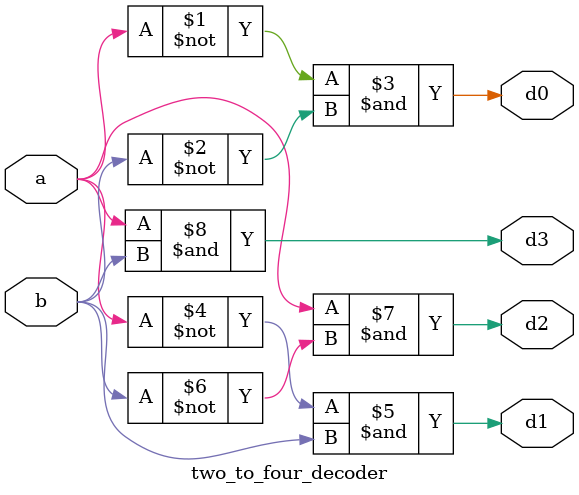
<source format=v>
`timescale 1ns / 1ps

/*
Company: Sogang University
Engineer: G_EEE3
Create Date: 2021/11/04 15:41:20
Module Name: two_to_four_decoder
*/

module two_to_four_decoder(
    input a, b,
    output d0, d1, d2, d3
);

assign d0 = ~a & ~b;
assign d1 = ~a & b;
assign d2 = a & ~b;
assign d3 = a & b;

endmodule
</source>
